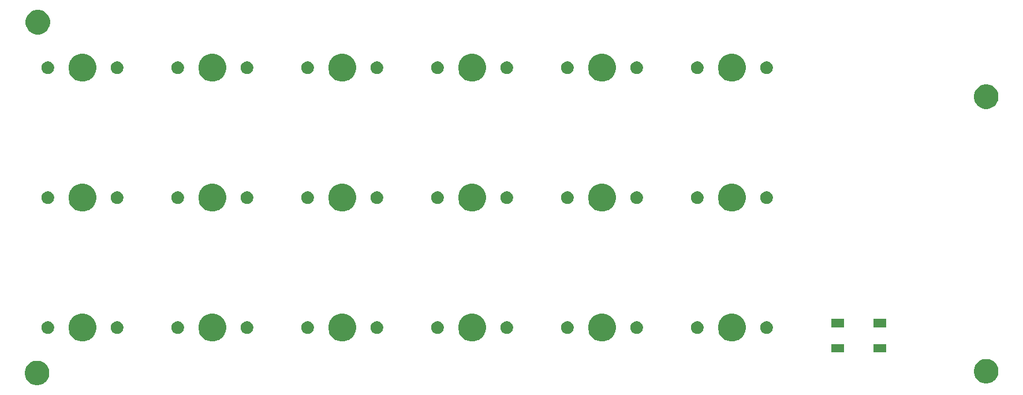
<source format=gts>
G04 #@! TF.GenerationSoftware,KiCad,Pcbnew,(5.1.2)-2*
G04 #@! TF.CreationDate,2020-07-12T21:55:24+03:00*
G04 #@! TF.ProjectId,KB-Prototype,4b422d50-726f-4746-9f74-7970652e6b69,rev?*
G04 #@! TF.SameCoordinates,Original*
G04 #@! TF.FileFunction,Soldermask,Top*
G04 #@! TF.FilePolarity,Negative*
%FSLAX46Y46*%
G04 Gerber Fmt 4.6, Leading zero omitted, Abs format (unit mm)*
G04 Created by KiCad (PCBNEW (5.1.2)-2) date 2020-07-12 21:55:24*
%MOMM*%
%LPD*%
G04 APERTURE LIST*
%ADD10C,0.100000*%
G04 APERTURE END LIST*
D10*
G36*
X27195331Y-76373211D02*
G01*
X27523092Y-76508974D01*
X27818070Y-76706072D01*
X28068928Y-76956930D01*
X28266026Y-77251908D01*
X28401789Y-77579669D01*
X28471000Y-77927616D01*
X28471000Y-78282384D01*
X28401789Y-78630331D01*
X28266026Y-78958092D01*
X28068928Y-79253070D01*
X27818070Y-79503928D01*
X27523092Y-79701026D01*
X27195331Y-79836789D01*
X26847384Y-79906000D01*
X26492616Y-79906000D01*
X26144669Y-79836789D01*
X25816908Y-79701026D01*
X25521930Y-79503928D01*
X25271072Y-79253070D01*
X25073974Y-78958092D01*
X24938211Y-78630331D01*
X24869000Y-78282384D01*
X24869000Y-77927616D01*
X24938211Y-77579669D01*
X25073974Y-77251908D01*
X25271072Y-76956930D01*
X25521930Y-76706072D01*
X25816908Y-76508974D01*
X26144669Y-76373211D01*
X26492616Y-76304000D01*
X26847384Y-76304000D01*
X27195331Y-76373211D01*
X27195331Y-76373211D01*
G37*
G36*
X166387331Y-76119211D02*
G01*
X166715092Y-76254974D01*
X167010070Y-76452072D01*
X167260928Y-76702930D01*
X167458026Y-76997908D01*
X167593789Y-77325669D01*
X167663000Y-77673616D01*
X167663000Y-78028384D01*
X167593789Y-78376331D01*
X167458026Y-78704092D01*
X167260928Y-78999070D01*
X167010070Y-79249928D01*
X166715092Y-79447026D01*
X166387331Y-79582789D01*
X166039384Y-79652000D01*
X165684616Y-79652000D01*
X165336669Y-79582789D01*
X165008908Y-79447026D01*
X164713930Y-79249928D01*
X164463072Y-78999070D01*
X164265974Y-78704092D01*
X164130211Y-78376331D01*
X164061000Y-78028384D01*
X164061000Y-77673616D01*
X164130211Y-77325669D01*
X164265974Y-76997908D01*
X164463072Y-76702930D01*
X164713930Y-76452072D01*
X165008908Y-76254974D01*
X165336669Y-76119211D01*
X165684616Y-76050000D01*
X166039384Y-76050000D01*
X166387331Y-76119211D01*
X166387331Y-76119211D01*
G37*
G36*
X151244000Y-75095000D02*
G01*
X149342000Y-75095000D01*
X149342000Y-73893000D01*
X151244000Y-73893000D01*
X151244000Y-75095000D01*
X151244000Y-75095000D01*
G37*
G36*
X145044000Y-75095000D02*
G01*
X143142000Y-75095000D01*
X143142000Y-73893000D01*
X145044000Y-73893000D01*
X145044000Y-75095000D01*
X145044000Y-75095000D01*
G37*
G36*
X110133974Y-69471184D02*
G01*
X110351974Y-69561483D01*
X110506123Y-69625333D01*
X110841048Y-69849123D01*
X111125877Y-70133952D01*
X111349667Y-70468877D01*
X111382062Y-70547086D01*
X111503816Y-70841026D01*
X111582400Y-71236094D01*
X111582400Y-71638906D01*
X111503816Y-72033974D01*
X111452951Y-72156772D01*
X111349667Y-72406123D01*
X111125877Y-72741048D01*
X110841048Y-73025877D01*
X110506123Y-73249667D01*
X110351974Y-73313517D01*
X110133974Y-73403816D01*
X109738906Y-73482400D01*
X109336094Y-73482400D01*
X108941026Y-73403816D01*
X108723026Y-73313517D01*
X108568877Y-73249667D01*
X108233952Y-73025877D01*
X107949123Y-72741048D01*
X107725333Y-72406123D01*
X107622049Y-72156772D01*
X107571184Y-72033974D01*
X107492600Y-71638906D01*
X107492600Y-71236094D01*
X107571184Y-70841026D01*
X107692938Y-70547086D01*
X107725333Y-70468877D01*
X107949123Y-70133952D01*
X108233952Y-69849123D01*
X108568877Y-69625333D01*
X108723026Y-69561483D01*
X108941026Y-69471184D01*
X109336094Y-69392600D01*
X109738906Y-69392600D01*
X110133974Y-69471184D01*
X110133974Y-69471184D01*
G37*
G36*
X33933974Y-69471184D02*
G01*
X34151974Y-69561483D01*
X34306123Y-69625333D01*
X34641048Y-69849123D01*
X34925877Y-70133952D01*
X35149667Y-70468877D01*
X35182062Y-70547086D01*
X35303816Y-70841026D01*
X35382400Y-71236094D01*
X35382400Y-71638906D01*
X35303816Y-72033974D01*
X35252951Y-72156772D01*
X35149667Y-72406123D01*
X34925877Y-72741048D01*
X34641048Y-73025877D01*
X34306123Y-73249667D01*
X34151974Y-73313517D01*
X33933974Y-73403816D01*
X33538906Y-73482400D01*
X33136094Y-73482400D01*
X32741026Y-73403816D01*
X32523026Y-73313517D01*
X32368877Y-73249667D01*
X32033952Y-73025877D01*
X31749123Y-72741048D01*
X31525333Y-72406123D01*
X31422049Y-72156772D01*
X31371184Y-72033974D01*
X31292600Y-71638906D01*
X31292600Y-71236094D01*
X31371184Y-70841026D01*
X31492938Y-70547086D01*
X31525333Y-70468877D01*
X31749123Y-70133952D01*
X32033952Y-69849123D01*
X32368877Y-69625333D01*
X32523026Y-69561483D01*
X32741026Y-69471184D01*
X33136094Y-69392600D01*
X33538906Y-69392600D01*
X33933974Y-69471184D01*
X33933974Y-69471184D01*
G37*
G36*
X52983974Y-69471184D02*
G01*
X53201974Y-69561483D01*
X53356123Y-69625333D01*
X53691048Y-69849123D01*
X53975877Y-70133952D01*
X54199667Y-70468877D01*
X54232062Y-70547086D01*
X54353816Y-70841026D01*
X54432400Y-71236094D01*
X54432400Y-71638906D01*
X54353816Y-72033974D01*
X54302951Y-72156772D01*
X54199667Y-72406123D01*
X53975877Y-72741048D01*
X53691048Y-73025877D01*
X53356123Y-73249667D01*
X53201974Y-73313517D01*
X52983974Y-73403816D01*
X52588906Y-73482400D01*
X52186094Y-73482400D01*
X51791026Y-73403816D01*
X51573026Y-73313517D01*
X51418877Y-73249667D01*
X51083952Y-73025877D01*
X50799123Y-72741048D01*
X50575333Y-72406123D01*
X50472049Y-72156772D01*
X50421184Y-72033974D01*
X50342600Y-71638906D01*
X50342600Y-71236094D01*
X50421184Y-70841026D01*
X50542938Y-70547086D01*
X50575333Y-70468877D01*
X50799123Y-70133952D01*
X51083952Y-69849123D01*
X51418877Y-69625333D01*
X51573026Y-69561483D01*
X51791026Y-69471184D01*
X52186094Y-69392600D01*
X52588906Y-69392600D01*
X52983974Y-69471184D01*
X52983974Y-69471184D01*
G37*
G36*
X72033974Y-69471184D02*
G01*
X72251974Y-69561483D01*
X72406123Y-69625333D01*
X72741048Y-69849123D01*
X73025877Y-70133952D01*
X73249667Y-70468877D01*
X73282062Y-70547086D01*
X73403816Y-70841026D01*
X73482400Y-71236094D01*
X73482400Y-71638906D01*
X73403816Y-72033974D01*
X73352951Y-72156772D01*
X73249667Y-72406123D01*
X73025877Y-72741048D01*
X72741048Y-73025877D01*
X72406123Y-73249667D01*
X72251974Y-73313517D01*
X72033974Y-73403816D01*
X71638906Y-73482400D01*
X71236094Y-73482400D01*
X70841026Y-73403816D01*
X70623026Y-73313517D01*
X70468877Y-73249667D01*
X70133952Y-73025877D01*
X69849123Y-72741048D01*
X69625333Y-72406123D01*
X69522049Y-72156772D01*
X69471184Y-72033974D01*
X69392600Y-71638906D01*
X69392600Y-71236094D01*
X69471184Y-70841026D01*
X69592938Y-70547086D01*
X69625333Y-70468877D01*
X69849123Y-70133952D01*
X70133952Y-69849123D01*
X70468877Y-69625333D01*
X70623026Y-69561483D01*
X70841026Y-69471184D01*
X71236094Y-69392600D01*
X71638906Y-69392600D01*
X72033974Y-69471184D01*
X72033974Y-69471184D01*
G37*
G36*
X91083974Y-69471184D02*
G01*
X91301974Y-69561483D01*
X91456123Y-69625333D01*
X91791048Y-69849123D01*
X92075877Y-70133952D01*
X92299667Y-70468877D01*
X92332062Y-70547086D01*
X92453816Y-70841026D01*
X92532400Y-71236094D01*
X92532400Y-71638906D01*
X92453816Y-72033974D01*
X92402951Y-72156772D01*
X92299667Y-72406123D01*
X92075877Y-72741048D01*
X91791048Y-73025877D01*
X91456123Y-73249667D01*
X91301974Y-73313517D01*
X91083974Y-73403816D01*
X90688906Y-73482400D01*
X90286094Y-73482400D01*
X89891026Y-73403816D01*
X89673026Y-73313517D01*
X89518877Y-73249667D01*
X89183952Y-73025877D01*
X88899123Y-72741048D01*
X88675333Y-72406123D01*
X88572049Y-72156772D01*
X88521184Y-72033974D01*
X88442600Y-71638906D01*
X88442600Y-71236094D01*
X88521184Y-70841026D01*
X88642938Y-70547086D01*
X88675333Y-70468877D01*
X88899123Y-70133952D01*
X89183952Y-69849123D01*
X89518877Y-69625333D01*
X89673026Y-69561483D01*
X89891026Y-69471184D01*
X90286094Y-69392600D01*
X90688906Y-69392600D01*
X91083974Y-69471184D01*
X91083974Y-69471184D01*
G37*
G36*
X129183974Y-69471184D02*
G01*
X129401974Y-69561483D01*
X129556123Y-69625333D01*
X129891048Y-69849123D01*
X130175877Y-70133952D01*
X130399667Y-70468877D01*
X130432062Y-70547086D01*
X130553816Y-70841026D01*
X130632400Y-71236094D01*
X130632400Y-71638906D01*
X130553816Y-72033974D01*
X130502951Y-72156772D01*
X130399667Y-72406123D01*
X130175877Y-72741048D01*
X129891048Y-73025877D01*
X129556123Y-73249667D01*
X129401974Y-73313517D01*
X129183974Y-73403816D01*
X128788906Y-73482400D01*
X128386094Y-73482400D01*
X127991026Y-73403816D01*
X127773026Y-73313517D01*
X127618877Y-73249667D01*
X127283952Y-73025877D01*
X126999123Y-72741048D01*
X126775333Y-72406123D01*
X126672049Y-72156772D01*
X126621184Y-72033974D01*
X126542600Y-71638906D01*
X126542600Y-71236094D01*
X126621184Y-70841026D01*
X126742938Y-70547086D01*
X126775333Y-70468877D01*
X126999123Y-70133952D01*
X127283952Y-69849123D01*
X127618877Y-69625333D01*
X127773026Y-69561483D01*
X127991026Y-69471184D01*
X128386094Y-69392600D01*
X128788906Y-69392600D01*
X129183974Y-69471184D01*
X129183974Y-69471184D01*
G37*
G36*
X47577604Y-70547085D02*
G01*
X47746126Y-70616889D01*
X47897791Y-70718228D01*
X48026772Y-70847209D01*
X48128111Y-70998874D01*
X48197915Y-71167396D01*
X48233500Y-71346297D01*
X48233500Y-71528703D01*
X48197915Y-71707604D01*
X48128111Y-71876126D01*
X48026772Y-72027791D01*
X47897791Y-72156772D01*
X47746126Y-72258111D01*
X47577604Y-72327915D01*
X47398703Y-72363500D01*
X47216297Y-72363500D01*
X47037396Y-72327915D01*
X46868874Y-72258111D01*
X46717209Y-72156772D01*
X46588228Y-72027791D01*
X46486889Y-71876126D01*
X46417085Y-71707604D01*
X46381500Y-71528703D01*
X46381500Y-71346297D01*
X46417085Y-71167396D01*
X46486889Y-70998874D01*
X46588228Y-70847209D01*
X46717209Y-70718228D01*
X46868874Y-70616889D01*
X47037396Y-70547085D01*
X47216297Y-70511500D01*
X47398703Y-70511500D01*
X47577604Y-70547085D01*
X47577604Y-70547085D01*
G37*
G36*
X38687604Y-70547085D02*
G01*
X38856126Y-70616889D01*
X39007791Y-70718228D01*
X39136772Y-70847209D01*
X39238111Y-70998874D01*
X39307915Y-71167396D01*
X39343500Y-71346297D01*
X39343500Y-71528703D01*
X39307915Y-71707604D01*
X39238111Y-71876126D01*
X39136772Y-72027791D01*
X39007791Y-72156772D01*
X38856126Y-72258111D01*
X38687604Y-72327915D01*
X38508703Y-72363500D01*
X38326297Y-72363500D01*
X38147396Y-72327915D01*
X37978874Y-72258111D01*
X37827209Y-72156772D01*
X37698228Y-72027791D01*
X37596889Y-71876126D01*
X37527085Y-71707604D01*
X37491500Y-71528703D01*
X37491500Y-71346297D01*
X37527085Y-71167396D01*
X37596889Y-70998874D01*
X37698228Y-70847209D01*
X37827209Y-70718228D01*
X37978874Y-70616889D01*
X38147396Y-70547085D01*
X38326297Y-70511500D01*
X38508703Y-70511500D01*
X38687604Y-70547085D01*
X38687604Y-70547085D01*
G37*
G36*
X28527604Y-70547085D02*
G01*
X28696126Y-70616889D01*
X28847791Y-70718228D01*
X28976772Y-70847209D01*
X29078111Y-70998874D01*
X29147915Y-71167396D01*
X29183500Y-71346297D01*
X29183500Y-71528703D01*
X29147915Y-71707604D01*
X29078111Y-71876126D01*
X28976772Y-72027791D01*
X28847791Y-72156772D01*
X28696126Y-72258111D01*
X28527604Y-72327915D01*
X28348703Y-72363500D01*
X28166297Y-72363500D01*
X27987396Y-72327915D01*
X27818874Y-72258111D01*
X27667209Y-72156772D01*
X27538228Y-72027791D01*
X27436889Y-71876126D01*
X27367085Y-71707604D01*
X27331500Y-71528703D01*
X27331500Y-71346297D01*
X27367085Y-71167396D01*
X27436889Y-70998874D01*
X27538228Y-70847209D01*
X27667209Y-70718228D01*
X27818874Y-70616889D01*
X27987396Y-70547085D01*
X28166297Y-70511500D01*
X28348703Y-70511500D01*
X28527604Y-70547085D01*
X28527604Y-70547085D01*
G37*
G36*
X57737604Y-70547085D02*
G01*
X57906126Y-70616889D01*
X58057791Y-70718228D01*
X58186772Y-70847209D01*
X58288111Y-70998874D01*
X58357915Y-71167396D01*
X58393500Y-71346297D01*
X58393500Y-71528703D01*
X58357915Y-71707604D01*
X58288111Y-71876126D01*
X58186772Y-72027791D01*
X58057791Y-72156772D01*
X57906126Y-72258111D01*
X57737604Y-72327915D01*
X57558703Y-72363500D01*
X57376297Y-72363500D01*
X57197396Y-72327915D01*
X57028874Y-72258111D01*
X56877209Y-72156772D01*
X56748228Y-72027791D01*
X56646889Y-71876126D01*
X56577085Y-71707604D01*
X56541500Y-71528703D01*
X56541500Y-71346297D01*
X56577085Y-71167396D01*
X56646889Y-70998874D01*
X56748228Y-70847209D01*
X56877209Y-70718228D01*
X57028874Y-70616889D01*
X57197396Y-70547085D01*
X57376297Y-70511500D01*
X57558703Y-70511500D01*
X57737604Y-70547085D01*
X57737604Y-70547085D01*
G37*
G36*
X76787604Y-70547085D02*
G01*
X76956126Y-70616889D01*
X77107791Y-70718228D01*
X77236772Y-70847209D01*
X77338111Y-70998874D01*
X77407915Y-71167396D01*
X77443500Y-71346297D01*
X77443500Y-71528703D01*
X77407915Y-71707604D01*
X77338111Y-71876126D01*
X77236772Y-72027791D01*
X77107791Y-72156772D01*
X76956126Y-72258111D01*
X76787604Y-72327915D01*
X76608703Y-72363500D01*
X76426297Y-72363500D01*
X76247396Y-72327915D01*
X76078874Y-72258111D01*
X75927209Y-72156772D01*
X75798228Y-72027791D01*
X75696889Y-71876126D01*
X75627085Y-71707604D01*
X75591500Y-71528703D01*
X75591500Y-71346297D01*
X75627085Y-71167396D01*
X75696889Y-70998874D01*
X75798228Y-70847209D01*
X75927209Y-70718228D01*
X76078874Y-70616889D01*
X76247396Y-70547085D01*
X76426297Y-70511500D01*
X76608703Y-70511500D01*
X76787604Y-70547085D01*
X76787604Y-70547085D01*
G37*
G36*
X66627604Y-70547085D02*
G01*
X66796126Y-70616889D01*
X66947791Y-70718228D01*
X67076772Y-70847209D01*
X67178111Y-70998874D01*
X67247915Y-71167396D01*
X67283500Y-71346297D01*
X67283500Y-71528703D01*
X67247915Y-71707604D01*
X67178111Y-71876126D01*
X67076772Y-72027791D01*
X66947791Y-72156772D01*
X66796126Y-72258111D01*
X66627604Y-72327915D01*
X66448703Y-72363500D01*
X66266297Y-72363500D01*
X66087396Y-72327915D01*
X65918874Y-72258111D01*
X65767209Y-72156772D01*
X65638228Y-72027791D01*
X65536889Y-71876126D01*
X65467085Y-71707604D01*
X65431500Y-71528703D01*
X65431500Y-71346297D01*
X65467085Y-71167396D01*
X65536889Y-70998874D01*
X65638228Y-70847209D01*
X65767209Y-70718228D01*
X65918874Y-70616889D01*
X66087396Y-70547085D01*
X66266297Y-70511500D01*
X66448703Y-70511500D01*
X66627604Y-70547085D01*
X66627604Y-70547085D01*
G37*
G36*
X85677604Y-70547085D02*
G01*
X85846126Y-70616889D01*
X85997791Y-70718228D01*
X86126772Y-70847209D01*
X86228111Y-70998874D01*
X86297915Y-71167396D01*
X86333500Y-71346297D01*
X86333500Y-71528703D01*
X86297915Y-71707604D01*
X86228111Y-71876126D01*
X86126772Y-72027791D01*
X85997791Y-72156772D01*
X85846126Y-72258111D01*
X85677604Y-72327915D01*
X85498703Y-72363500D01*
X85316297Y-72363500D01*
X85137396Y-72327915D01*
X84968874Y-72258111D01*
X84817209Y-72156772D01*
X84688228Y-72027791D01*
X84586889Y-71876126D01*
X84517085Y-71707604D01*
X84481500Y-71528703D01*
X84481500Y-71346297D01*
X84517085Y-71167396D01*
X84586889Y-70998874D01*
X84688228Y-70847209D01*
X84817209Y-70718228D01*
X84968874Y-70616889D01*
X85137396Y-70547085D01*
X85316297Y-70511500D01*
X85498703Y-70511500D01*
X85677604Y-70547085D01*
X85677604Y-70547085D01*
G37*
G36*
X95837604Y-70547085D02*
G01*
X96006126Y-70616889D01*
X96157791Y-70718228D01*
X96286772Y-70847209D01*
X96388111Y-70998874D01*
X96457915Y-71167396D01*
X96493500Y-71346297D01*
X96493500Y-71528703D01*
X96457915Y-71707604D01*
X96388111Y-71876126D01*
X96286772Y-72027791D01*
X96157791Y-72156772D01*
X96006126Y-72258111D01*
X95837604Y-72327915D01*
X95658703Y-72363500D01*
X95476297Y-72363500D01*
X95297396Y-72327915D01*
X95128874Y-72258111D01*
X94977209Y-72156772D01*
X94848228Y-72027791D01*
X94746889Y-71876126D01*
X94677085Y-71707604D01*
X94641500Y-71528703D01*
X94641500Y-71346297D01*
X94677085Y-71167396D01*
X94746889Y-70998874D01*
X94848228Y-70847209D01*
X94977209Y-70718228D01*
X95128874Y-70616889D01*
X95297396Y-70547085D01*
X95476297Y-70511500D01*
X95658703Y-70511500D01*
X95837604Y-70547085D01*
X95837604Y-70547085D01*
G37*
G36*
X123777604Y-70547085D02*
G01*
X123946126Y-70616889D01*
X124097791Y-70718228D01*
X124226772Y-70847209D01*
X124328111Y-70998874D01*
X124397915Y-71167396D01*
X124433500Y-71346297D01*
X124433500Y-71528703D01*
X124397915Y-71707604D01*
X124328111Y-71876126D01*
X124226772Y-72027791D01*
X124097791Y-72156772D01*
X123946126Y-72258111D01*
X123777604Y-72327915D01*
X123598703Y-72363500D01*
X123416297Y-72363500D01*
X123237396Y-72327915D01*
X123068874Y-72258111D01*
X122917209Y-72156772D01*
X122788228Y-72027791D01*
X122686889Y-71876126D01*
X122617085Y-71707604D01*
X122581500Y-71528703D01*
X122581500Y-71346297D01*
X122617085Y-71167396D01*
X122686889Y-70998874D01*
X122788228Y-70847209D01*
X122917209Y-70718228D01*
X123068874Y-70616889D01*
X123237396Y-70547085D01*
X123416297Y-70511500D01*
X123598703Y-70511500D01*
X123777604Y-70547085D01*
X123777604Y-70547085D01*
G37*
G36*
X114887604Y-70547085D02*
G01*
X115056126Y-70616889D01*
X115207791Y-70718228D01*
X115336772Y-70847209D01*
X115438111Y-70998874D01*
X115507915Y-71167396D01*
X115543500Y-71346297D01*
X115543500Y-71528703D01*
X115507915Y-71707604D01*
X115438111Y-71876126D01*
X115336772Y-72027791D01*
X115207791Y-72156772D01*
X115056126Y-72258111D01*
X114887604Y-72327915D01*
X114708703Y-72363500D01*
X114526297Y-72363500D01*
X114347396Y-72327915D01*
X114178874Y-72258111D01*
X114027209Y-72156772D01*
X113898228Y-72027791D01*
X113796889Y-71876126D01*
X113727085Y-71707604D01*
X113691500Y-71528703D01*
X113691500Y-71346297D01*
X113727085Y-71167396D01*
X113796889Y-70998874D01*
X113898228Y-70847209D01*
X114027209Y-70718228D01*
X114178874Y-70616889D01*
X114347396Y-70547085D01*
X114526297Y-70511500D01*
X114708703Y-70511500D01*
X114887604Y-70547085D01*
X114887604Y-70547085D01*
G37*
G36*
X104727604Y-70547085D02*
G01*
X104896126Y-70616889D01*
X105047791Y-70718228D01*
X105176772Y-70847209D01*
X105278111Y-70998874D01*
X105347915Y-71167396D01*
X105383500Y-71346297D01*
X105383500Y-71528703D01*
X105347915Y-71707604D01*
X105278111Y-71876126D01*
X105176772Y-72027791D01*
X105047791Y-72156772D01*
X104896126Y-72258111D01*
X104727604Y-72327915D01*
X104548703Y-72363500D01*
X104366297Y-72363500D01*
X104187396Y-72327915D01*
X104018874Y-72258111D01*
X103867209Y-72156772D01*
X103738228Y-72027791D01*
X103636889Y-71876126D01*
X103567085Y-71707604D01*
X103531500Y-71528703D01*
X103531500Y-71346297D01*
X103567085Y-71167396D01*
X103636889Y-70998874D01*
X103738228Y-70847209D01*
X103867209Y-70718228D01*
X104018874Y-70616889D01*
X104187396Y-70547085D01*
X104366297Y-70511500D01*
X104548703Y-70511500D01*
X104727604Y-70547085D01*
X104727604Y-70547085D01*
G37*
G36*
X133937604Y-70547085D02*
G01*
X134106126Y-70616889D01*
X134257791Y-70718228D01*
X134386772Y-70847209D01*
X134488111Y-70998874D01*
X134557915Y-71167396D01*
X134593500Y-71346297D01*
X134593500Y-71528703D01*
X134557915Y-71707604D01*
X134488111Y-71876126D01*
X134386772Y-72027791D01*
X134257791Y-72156772D01*
X134106126Y-72258111D01*
X133937604Y-72327915D01*
X133758703Y-72363500D01*
X133576297Y-72363500D01*
X133397396Y-72327915D01*
X133228874Y-72258111D01*
X133077209Y-72156772D01*
X132948228Y-72027791D01*
X132846889Y-71876126D01*
X132777085Y-71707604D01*
X132741500Y-71528703D01*
X132741500Y-71346297D01*
X132777085Y-71167396D01*
X132846889Y-70998874D01*
X132948228Y-70847209D01*
X133077209Y-70718228D01*
X133228874Y-70616889D01*
X133397396Y-70547085D01*
X133576297Y-70511500D01*
X133758703Y-70511500D01*
X133937604Y-70547085D01*
X133937604Y-70547085D01*
G37*
G36*
X151244000Y-71395000D02*
G01*
X149342000Y-71395000D01*
X149342000Y-70193000D01*
X151244000Y-70193000D01*
X151244000Y-71395000D01*
X151244000Y-71395000D01*
G37*
G36*
X145044000Y-71395000D02*
G01*
X143142000Y-71395000D01*
X143142000Y-70193000D01*
X145044000Y-70193000D01*
X145044000Y-71395000D01*
X145044000Y-71395000D01*
G37*
G36*
X33933974Y-50421184D02*
G01*
X34151974Y-50511483D01*
X34306123Y-50575333D01*
X34641048Y-50799123D01*
X34925877Y-51083952D01*
X35149667Y-51418877D01*
X35182062Y-51497086D01*
X35303816Y-51791026D01*
X35382400Y-52186094D01*
X35382400Y-52588906D01*
X35303816Y-52983974D01*
X35252951Y-53106772D01*
X35149667Y-53356123D01*
X34925877Y-53691048D01*
X34641048Y-53975877D01*
X34306123Y-54199667D01*
X34151974Y-54263517D01*
X33933974Y-54353816D01*
X33538906Y-54432400D01*
X33136094Y-54432400D01*
X32741026Y-54353816D01*
X32523026Y-54263517D01*
X32368877Y-54199667D01*
X32033952Y-53975877D01*
X31749123Y-53691048D01*
X31525333Y-53356123D01*
X31422049Y-53106772D01*
X31371184Y-52983974D01*
X31292600Y-52588906D01*
X31292600Y-52186094D01*
X31371184Y-51791026D01*
X31492938Y-51497086D01*
X31525333Y-51418877D01*
X31749123Y-51083952D01*
X32033952Y-50799123D01*
X32368877Y-50575333D01*
X32523026Y-50511483D01*
X32741026Y-50421184D01*
X33136094Y-50342600D01*
X33538906Y-50342600D01*
X33933974Y-50421184D01*
X33933974Y-50421184D01*
G37*
G36*
X129183974Y-50421184D02*
G01*
X129401974Y-50511483D01*
X129556123Y-50575333D01*
X129891048Y-50799123D01*
X130175877Y-51083952D01*
X130399667Y-51418877D01*
X130432062Y-51497086D01*
X130553816Y-51791026D01*
X130632400Y-52186094D01*
X130632400Y-52588906D01*
X130553816Y-52983974D01*
X130502951Y-53106772D01*
X130399667Y-53356123D01*
X130175877Y-53691048D01*
X129891048Y-53975877D01*
X129556123Y-54199667D01*
X129401974Y-54263517D01*
X129183974Y-54353816D01*
X128788906Y-54432400D01*
X128386094Y-54432400D01*
X127991026Y-54353816D01*
X127773026Y-54263517D01*
X127618877Y-54199667D01*
X127283952Y-53975877D01*
X126999123Y-53691048D01*
X126775333Y-53356123D01*
X126672049Y-53106772D01*
X126621184Y-52983974D01*
X126542600Y-52588906D01*
X126542600Y-52186094D01*
X126621184Y-51791026D01*
X126742938Y-51497086D01*
X126775333Y-51418877D01*
X126999123Y-51083952D01*
X127283952Y-50799123D01*
X127618877Y-50575333D01*
X127773026Y-50511483D01*
X127991026Y-50421184D01*
X128386094Y-50342600D01*
X128788906Y-50342600D01*
X129183974Y-50421184D01*
X129183974Y-50421184D01*
G37*
G36*
X52983974Y-50421184D02*
G01*
X53201974Y-50511483D01*
X53356123Y-50575333D01*
X53691048Y-50799123D01*
X53975877Y-51083952D01*
X54199667Y-51418877D01*
X54232062Y-51497086D01*
X54353816Y-51791026D01*
X54432400Y-52186094D01*
X54432400Y-52588906D01*
X54353816Y-52983974D01*
X54302951Y-53106772D01*
X54199667Y-53356123D01*
X53975877Y-53691048D01*
X53691048Y-53975877D01*
X53356123Y-54199667D01*
X53201974Y-54263517D01*
X52983974Y-54353816D01*
X52588906Y-54432400D01*
X52186094Y-54432400D01*
X51791026Y-54353816D01*
X51573026Y-54263517D01*
X51418877Y-54199667D01*
X51083952Y-53975877D01*
X50799123Y-53691048D01*
X50575333Y-53356123D01*
X50472049Y-53106772D01*
X50421184Y-52983974D01*
X50342600Y-52588906D01*
X50342600Y-52186094D01*
X50421184Y-51791026D01*
X50542938Y-51497086D01*
X50575333Y-51418877D01*
X50799123Y-51083952D01*
X51083952Y-50799123D01*
X51418877Y-50575333D01*
X51573026Y-50511483D01*
X51791026Y-50421184D01*
X52186094Y-50342600D01*
X52588906Y-50342600D01*
X52983974Y-50421184D01*
X52983974Y-50421184D01*
G37*
G36*
X72033974Y-50421184D02*
G01*
X72251974Y-50511483D01*
X72406123Y-50575333D01*
X72741048Y-50799123D01*
X73025877Y-51083952D01*
X73249667Y-51418877D01*
X73282062Y-51497086D01*
X73403816Y-51791026D01*
X73482400Y-52186094D01*
X73482400Y-52588906D01*
X73403816Y-52983974D01*
X73352951Y-53106772D01*
X73249667Y-53356123D01*
X73025877Y-53691048D01*
X72741048Y-53975877D01*
X72406123Y-54199667D01*
X72251974Y-54263517D01*
X72033974Y-54353816D01*
X71638906Y-54432400D01*
X71236094Y-54432400D01*
X70841026Y-54353816D01*
X70623026Y-54263517D01*
X70468877Y-54199667D01*
X70133952Y-53975877D01*
X69849123Y-53691048D01*
X69625333Y-53356123D01*
X69522049Y-53106772D01*
X69471184Y-52983974D01*
X69392600Y-52588906D01*
X69392600Y-52186094D01*
X69471184Y-51791026D01*
X69592938Y-51497086D01*
X69625333Y-51418877D01*
X69849123Y-51083952D01*
X70133952Y-50799123D01*
X70468877Y-50575333D01*
X70623026Y-50511483D01*
X70841026Y-50421184D01*
X71236094Y-50342600D01*
X71638906Y-50342600D01*
X72033974Y-50421184D01*
X72033974Y-50421184D01*
G37*
G36*
X91083974Y-50421184D02*
G01*
X91301974Y-50511483D01*
X91456123Y-50575333D01*
X91791048Y-50799123D01*
X92075877Y-51083952D01*
X92299667Y-51418877D01*
X92332062Y-51497086D01*
X92453816Y-51791026D01*
X92532400Y-52186094D01*
X92532400Y-52588906D01*
X92453816Y-52983974D01*
X92402951Y-53106772D01*
X92299667Y-53356123D01*
X92075877Y-53691048D01*
X91791048Y-53975877D01*
X91456123Y-54199667D01*
X91301974Y-54263517D01*
X91083974Y-54353816D01*
X90688906Y-54432400D01*
X90286094Y-54432400D01*
X89891026Y-54353816D01*
X89673026Y-54263517D01*
X89518877Y-54199667D01*
X89183952Y-53975877D01*
X88899123Y-53691048D01*
X88675333Y-53356123D01*
X88572049Y-53106772D01*
X88521184Y-52983974D01*
X88442600Y-52588906D01*
X88442600Y-52186094D01*
X88521184Y-51791026D01*
X88642938Y-51497086D01*
X88675333Y-51418877D01*
X88899123Y-51083952D01*
X89183952Y-50799123D01*
X89518877Y-50575333D01*
X89673026Y-50511483D01*
X89891026Y-50421184D01*
X90286094Y-50342600D01*
X90688906Y-50342600D01*
X91083974Y-50421184D01*
X91083974Y-50421184D01*
G37*
G36*
X110133974Y-50421184D02*
G01*
X110351974Y-50511483D01*
X110506123Y-50575333D01*
X110841048Y-50799123D01*
X111125877Y-51083952D01*
X111349667Y-51418877D01*
X111382062Y-51497086D01*
X111503816Y-51791026D01*
X111582400Y-52186094D01*
X111582400Y-52588906D01*
X111503816Y-52983974D01*
X111452951Y-53106772D01*
X111349667Y-53356123D01*
X111125877Y-53691048D01*
X110841048Y-53975877D01*
X110506123Y-54199667D01*
X110351974Y-54263517D01*
X110133974Y-54353816D01*
X109738906Y-54432400D01*
X109336094Y-54432400D01*
X108941026Y-54353816D01*
X108723026Y-54263517D01*
X108568877Y-54199667D01*
X108233952Y-53975877D01*
X107949123Y-53691048D01*
X107725333Y-53356123D01*
X107622049Y-53106772D01*
X107571184Y-52983974D01*
X107492600Y-52588906D01*
X107492600Y-52186094D01*
X107571184Y-51791026D01*
X107692938Y-51497086D01*
X107725333Y-51418877D01*
X107949123Y-51083952D01*
X108233952Y-50799123D01*
X108568877Y-50575333D01*
X108723026Y-50511483D01*
X108941026Y-50421184D01*
X109336094Y-50342600D01*
X109738906Y-50342600D01*
X110133974Y-50421184D01*
X110133974Y-50421184D01*
G37*
G36*
X57737604Y-51497085D02*
G01*
X57906126Y-51566889D01*
X58057791Y-51668228D01*
X58186772Y-51797209D01*
X58288111Y-51948874D01*
X58357915Y-52117396D01*
X58393500Y-52296297D01*
X58393500Y-52478703D01*
X58357915Y-52657604D01*
X58288111Y-52826126D01*
X58186772Y-52977791D01*
X58057791Y-53106772D01*
X57906126Y-53208111D01*
X57737604Y-53277915D01*
X57558703Y-53313500D01*
X57376297Y-53313500D01*
X57197396Y-53277915D01*
X57028874Y-53208111D01*
X56877209Y-53106772D01*
X56748228Y-52977791D01*
X56646889Y-52826126D01*
X56577085Y-52657604D01*
X56541500Y-52478703D01*
X56541500Y-52296297D01*
X56577085Y-52117396D01*
X56646889Y-51948874D01*
X56748228Y-51797209D01*
X56877209Y-51668228D01*
X57028874Y-51566889D01*
X57197396Y-51497085D01*
X57376297Y-51461500D01*
X57558703Y-51461500D01*
X57737604Y-51497085D01*
X57737604Y-51497085D01*
G37*
G36*
X85677604Y-51497085D02*
G01*
X85846126Y-51566889D01*
X85997791Y-51668228D01*
X86126772Y-51797209D01*
X86228111Y-51948874D01*
X86297915Y-52117396D01*
X86333500Y-52296297D01*
X86333500Y-52478703D01*
X86297915Y-52657604D01*
X86228111Y-52826126D01*
X86126772Y-52977791D01*
X85997791Y-53106772D01*
X85846126Y-53208111D01*
X85677604Y-53277915D01*
X85498703Y-53313500D01*
X85316297Y-53313500D01*
X85137396Y-53277915D01*
X84968874Y-53208111D01*
X84817209Y-53106772D01*
X84688228Y-52977791D01*
X84586889Y-52826126D01*
X84517085Y-52657604D01*
X84481500Y-52478703D01*
X84481500Y-52296297D01*
X84517085Y-52117396D01*
X84586889Y-51948874D01*
X84688228Y-51797209D01*
X84817209Y-51668228D01*
X84968874Y-51566889D01*
X85137396Y-51497085D01*
X85316297Y-51461500D01*
X85498703Y-51461500D01*
X85677604Y-51497085D01*
X85677604Y-51497085D01*
G37*
G36*
X28527604Y-51497085D02*
G01*
X28696126Y-51566889D01*
X28847791Y-51668228D01*
X28976772Y-51797209D01*
X29078111Y-51948874D01*
X29147915Y-52117396D01*
X29183500Y-52296297D01*
X29183500Y-52478703D01*
X29147915Y-52657604D01*
X29078111Y-52826126D01*
X28976772Y-52977791D01*
X28847791Y-53106772D01*
X28696126Y-53208111D01*
X28527604Y-53277915D01*
X28348703Y-53313500D01*
X28166297Y-53313500D01*
X27987396Y-53277915D01*
X27818874Y-53208111D01*
X27667209Y-53106772D01*
X27538228Y-52977791D01*
X27436889Y-52826126D01*
X27367085Y-52657604D01*
X27331500Y-52478703D01*
X27331500Y-52296297D01*
X27367085Y-52117396D01*
X27436889Y-51948874D01*
X27538228Y-51797209D01*
X27667209Y-51668228D01*
X27818874Y-51566889D01*
X27987396Y-51497085D01*
X28166297Y-51461500D01*
X28348703Y-51461500D01*
X28527604Y-51497085D01*
X28527604Y-51497085D01*
G37*
G36*
X47577604Y-51497085D02*
G01*
X47746126Y-51566889D01*
X47897791Y-51668228D01*
X48026772Y-51797209D01*
X48128111Y-51948874D01*
X48197915Y-52117396D01*
X48233500Y-52296297D01*
X48233500Y-52478703D01*
X48197915Y-52657604D01*
X48128111Y-52826126D01*
X48026772Y-52977791D01*
X47897791Y-53106772D01*
X47746126Y-53208111D01*
X47577604Y-53277915D01*
X47398703Y-53313500D01*
X47216297Y-53313500D01*
X47037396Y-53277915D01*
X46868874Y-53208111D01*
X46717209Y-53106772D01*
X46588228Y-52977791D01*
X46486889Y-52826126D01*
X46417085Y-52657604D01*
X46381500Y-52478703D01*
X46381500Y-52296297D01*
X46417085Y-52117396D01*
X46486889Y-51948874D01*
X46588228Y-51797209D01*
X46717209Y-51668228D01*
X46868874Y-51566889D01*
X47037396Y-51497085D01*
X47216297Y-51461500D01*
X47398703Y-51461500D01*
X47577604Y-51497085D01*
X47577604Y-51497085D01*
G37*
G36*
X133937604Y-51497085D02*
G01*
X134106126Y-51566889D01*
X134257791Y-51668228D01*
X134386772Y-51797209D01*
X134488111Y-51948874D01*
X134557915Y-52117396D01*
X134593500Y-52296297D01*
X134593500Y-52478703D01*
X134557915Y-52657604D01*
X134488111Y-52826126D01*
X134386772Y-52977791D01*
X134257791Y-53106772D01*
X134106126Y-53208111D01*
X133937604Y-53277915D01*
X133758703Y-53313500D01*
X133576297Y-53313500D01*
X133397396Y-53277915D01*
X133228874Y-53208111D01*
X133077209Y-53106772D01*
X132948228Y-52977791D01*
X132846889Y-52826126D01*
X132777085Y-52657604D01*
X132741500Y-52478703D01*
X132741500Y-52296297D01*
X132777085Y-52117396D01*
X132846889Y-51948874D01*
X132948228Y-51797209D01*
X133077209Y-51668228D01*
X133228874Y-51566889D01*
X133397396Y-51497085D01*
X133576297Y-51461500D01*
X133758703Y-51461500D01*
X133937604Y-51497085D01*
X133937604Y-51497085D01*
G37*
G36*
X123777604Y-51497085D02*
G01*
X123946126Y-51566889D01*
X124097791Y-51668228D01*
X124226772Y-51797209D01*
X124328111Y-51948874D01*
X124397915Y-52117396D01*
X124433500Y-52296297D01*
X124433500Y-52478703D01*
X124397915Y-52657604D01*
X124328111Y-52826126D01*
X124226772Y-52977791D01*
X124097791Y-53106772D01*
X123946126Y-53208111D01*
X123777604Y-53277915D01*
X123598703Y-53313500D01*
X123416297Y-53313500D01*
X123237396Y-53277915D01*
X123068874Y-53208111D01*
X122917209Y-53106772D01*
X122788228Y-52977791D01*
X122686889Y-52826126D01*
X122617085Y-52657604D01*
X122581500Y-52478703D01*
X122581500Y-52296297D01*
X122617085Y-52117396D01*
X122686889Y-51948874D01*
X122788228Y-51797209D01*
X122917209Y-51668228D01*
X123068874Y-51566889D01*
X123237396Y-51497085D01*
X123416297Y-51461500D01*
X123598703Y-51461500D01*
X123777604Y-51497085D01*
X123777604Y-51497085D01*
G37*
G36*
X38687604Y-51497085D02*
G01*
X38856126Y-51566889D01*
X39007791Y-51668228D01*
X39136772Y-51797209D01*
X39238111Y-51948874D01*
X39307915Y-52117396D01*
X39343500Y-52296297D01*
X39343500Y-52478703D01*
X39307915Y-52657604D01*
X39238111Y-52826126D01*
X39136772Y-52977791D01*
X39007791Y-53106772D01*
X38856126Y-53208111D01*
X38687604Y-53277915D01*
X38508703Y-53313500D01*
X38326297Y-53313500D01*
X38147396Y-53277915D01*
X37978874Y-53208111D01*
X37827209Y-53106772D01*
X37698228Y-52977791D01*
X37596889Y-52826126D01*
X37527085Y-52657604D01*
X37491500Y-52478703D01*
X37491500Y-52296297D01*
X37527085Y-52117396D01*
X37596889Y-51948874D01*
X37698228Y-51797209D01*
X37827209Y-51668228D01*
X37978874Y-51566889D01*
X38147396Y-51497085D01*
X38326297Y-51461500D01*
X38508703Y-51461500D01*
X38687604Y-51497085D01*
X38687604Y-51497085D01*
G37*
G36*
X104727604Y-51497085D02*
G01*
X104896126Y-51566889D01*
X105047791Y-51668228D01*
X105176772Y-51797209D01*
X105278111Y-51948874D01*
X105347915Y-52117396D01*
X105383500Y-52296297D01*
X105383500Y-52478703D01*
X105347915Y-52657604D01*
X105278111Y-52826126D01*
X105176772Y-52977791D01*
X105047791Y-53106772D01*
X104896126Y-53208111D01*
X104727604Y-53277915D01*
X104548703Y-53313500D01*
X104366297Y-53313500D01*
X104187396Y-53277915D01*
X104018874Y-53208111D01*
X103867209Y-53106772D01*
X103738228Y-52977791D01*
X103636889Y-52826126D01*
X103567085Y-52657604D01*
X103531500Y-52478703D01*
X103531500Y-52296297D01*
X103567085Y-52117396D01*
X103636889Y-51948874D01*
X103738228Y-51797209D01*
X103867209Y-51668228D01*
X104018874Y-51566889D01*
X104187396Y-51497085D01*
X104366297Y-51461500D01*
X104548703Y-51461500D01*
X104727604Y-51497085D01*
X104727604Y-51497085D01*
G37*
G36*
X95837604Y-51497085D02*
G01*
X96006126Y-51566889D01*
X96157791Y-51668228D01*
X96286772Y-51797209D01*
X96388111Y-51948874D01*
X96457915Y-52117396D01*
X96493500Y-52296297D01*
X96493500Y-52478703D01*
X96457915Y-52657604D01*
X96388111Y-52826126D01*
X96286772Y-52977791D01*
X96157791Y-53106772D01*
X96006126Y-53208111D01*
X95837604Y-53277915D01*
X95658703Y-53313500D01*
X95476297Y-53313500D01*
X95297396Y-53277915D01*
X95128874Y-53208111D01*
X94977209Y-53106772D01*
X94848228Y-52977791D01*
X94746889Y-52826126D01*
X94677085Y-52657604D01*
X94641500Y-52478703D01*
X94641500Y-52296297D01*
X94677085Y-52117396D01*
X94746889Y-51948874D01*
X94848228Y-51797209D01*
X94977209Y-51668228D01*
X95128874Y-51566889D01*
X95297396Y-51497085D01*
X95476297Y-51461500D01*
X95658703Y-51461500D01*
X95837604Y-51497085D01*
X95837604Y-51497085D01*
G37*
G36*
X76787604Y-51497085D02*
G01*
X76956126Y-51566889D01*
X77107791Y-51668228D01*
X77236772Y-51797209D01*
X77338111Y-51948874D01*
X77407915Y-52117396D01*
X77443500Y-52296297D01*
X77443500Y-52478703D01*
X77407915Y-52657604D01*
X77338111Y-52826126D01*
X77236772Y-52977791D01*
X77107791Y-53106772D01*
X76956126Y-53208111D01*
X76787604Y-53277915D01*
X76608703Y-53313500D01*
X76426297Y-53313500D01*
X76247396Y-53277915D01*
X76078874Y-53208111D01*
X75927209Y-53106772D01*
X75798228Y-52977791D01*
X75696889Y-52826126D01*
X75627085Y-52657604D01*
X75591500Y-52478703D01*
X75591500Y-52296297D01*
X75627085Y-52117396D01*
X75696889Y-51948874D01*
X75798228Y-51797209D01*
X75927209Y-51668228D01*
X76078874Y-51566889D01*
X76247396Y-51497085D01*
X76426297Y-51461500D01*
X76608703Y-51461500D01*
X76787604Y-51497085D01*
X76787604Y-51497085D01*
G37*
G36*
X66627604Y-51497085D02*
G01*
X66796126Y-51566889D01*
X66947791Y-51668228D01*
X67076772Y-51797209D01*
X67178111Y-51948874D01*
X67247915Y-52117396D01*
X67283500Y-52296297D01*
X67283500Y-52478703D01*
X67247915Y-52657604D01*
X67178111Y-52826126D01*
X67076772Y-52977791D01*
X66947791Y-53106772D01*
X66796126Y-53208111D01*
X66627604Y-53277915D01*
X66448703Y-53313500D01*
X66266297Y-53313500D01*
X66087396Y-53277915D01*
X65918874Y-53208111D01*
X65767209Y-53106772D01*
X65638228Y-52977791D01*
X65536889Y-52826126D01*
X65467085Y-52657604D01*
X65431500Y-52478703D01*
X65431500Y-52296297D01*
X65467085Y-52117396D01*
X65536889Y-51948874D01*
X65638228Y-51797209D01*
X65767209Y-51668228D01*
X65918874Y-51566889D01*
X66087396Y-51497085D01*
X66266297Y-51461500D01*
X66448703Y-51461500D01*
X66627604Y-51497085D01*
X66627604Y-51497085D01*
G37*
G36*
X114887604Y-51497085D02*
G01*
X115056126Y-51566889D01*
X115207791Y-51668228D01*
X115336772Y-51797209D01*
X115438111Y-51948874D01*
X115507915Y-52117396D01*
X115543500Y-52296297D01*
X115543500Y-52478703D01*
X115507915Y-52657604D01*
X115438111Y-52826126D01*
X115336772Y-52977791D01*
X115207791Y-53106772D01*
X115056126Y-53208111D01*
X114887604Y-53277915D01*
X114708703Y-53313500D01*
X114526297Y-53313500D01*
X114347396Y-53277915D01*
X114178874Y-53208111D01*
X114027209Y-53106772D01*
X113898228Y-52977791D01*
X113796889Y-52826126D01*
X113727085Y-52657604D01*
X113691500Y-52478703D01*
X113691500Y-52296297D01*
X113727085Y-52117396D01*
X113796889Y-51948874D01*
X113898228Y-51797209D01*
X114027209Y-51668228D01*
X114178874Y-51566889D01*
X114347396Y-51497085D01*
X114526297Y-51461500D01*
X114708703Y-51461500D01*
X114887604Y-51497085D01*
X114887604Y-51497085D01*
G37*
G36*
X166387331Y-35860211D02*
G01*
X166715092Y-35995974D01*
X167010070Y-36193072D01*
X167260928Y-36443930D01*
X167458026Y-36738908D01*
X167593789Y-37066669D01*
X167663000Y-37414616D01*
X167663000Y-37769384D01*
X167593789Y-38117331D01*
X167458026Y-38445092D01*
X167260928Y-38740070D01*
X167010070Y-38990928D01*
X166715092Y-39188026D01*
X166387331Y-39323789D01*
X166039384Y-39393000D01*
X165684616Y-39393000D01*
X165336669Y-39323789D01*
X165008908Y-39188026D01*
X164713930Y-38990928D01*
X164463072Y-38740070D01*
X164265974Y-38445092D01*
X164130211Y-38117331D01*
X164061000Y-37769384D01*
X164061000Y-37414616D01*
X164130211Y-37066669D01*
X164265974Y-36738908D01*
X164463072Y-36443930D01*
X164713930Y-36193072D01*
X165008908Y-35995974D01*
X165336669Y-35860211D01*
X165684616Y-35791000D01*
X166039384Y-35791000D01*
X166387331Y-35860211D01*
X166387331Y-35860211D01*
G37*
G36*
X110133974Y-31371184D02*
G01*
X110351974Y-31461483D01*
X110506123Y-31525333D01*
X110841048Y-31749123D01*
X111125877Y-32033952D01*
X111349667Y-32368877D01*
X111382062Y-32447086D01*
X111503816Y-32741026D01*
X111582400Y-33136094D01*
X111582400Y-33538906D01*
X111503816Y-33933974D01*
X111452951Y-34056772D01*
X111349667Y-34306123D01*
X111125877Y-34641048D01*
X110841048Y-34925877D01*
X110506123Y-35149667D01*
X110351974Y-35213517D01*
X110133974Y-35303816D01*
X109738906Y-35382400D01*
X109336094Y-35382400D01*
X108941026Y-35303816D01*
X108723026Y-35213517D01*
X108568877Y-35149667D01*
X108233952Y-34925877D01*
X107949123Y-34641048D01*
X107725333Y-34306123D01*
X107622049Y-34056772D01*
X107571184Y-33933974D01*
X107492600Y-33538906D01*
X107492600Y-33136094D01*
X107571184Y-32741026D01*
X107692938Y-32447086D01*
X107725333Y-32368877D01*
X107949123Y-32033952D01*
X108233952Y-31749123D01*
X108568877Y-31525333D01*
X108723026Y-31461483D01*
X108941026Y-31371184D01*
X109336094Y-31292600D01*
X109738906Y-31292600D01*
X110133974Y-31371184D01*
X110133974Y-31371184D01*
G37*
G36*
X33933974Y-31371184D02*
G01*
X34151974Y-31461483D01*
X34306123Y-31525333D01*
X34641048Y-31749123D01*
X34925877Y-32033952D01*
X35149667Y-32368877D01*
X35182062Y-32447086D01*
X35303816Y-32741026D01*
X35382400Y-33136094D01*
X35382400Y-33538906D01*
X35303816Y-33933974D01*
X35252951Y-34056772D01*
X35149667Y-34306123D01*
X34925877Y-34641048D01*
X34641048Y-34925877D01*
X34306123Y-35149667D01*
X34151974Y-35213517D01*
X33933974Y-35303816D01*
X33538906Y-35382400D01*
X33136094Y-35382400D01*
X32741026Y-35303816D01*
X32523026Y-35213517D01*
X32368877Y-35149667D01*
X32033952Y-34925877D01*
X31749123Y-34641048D01*
X31525333Y-34306123D01*
X31422049Y-34056772D01*
X31371184Y-33933974D01*
X31292600Y-33538906D01*
X31292600Y-33136094D01*
X31371184Y-32741026D01*
X31492938Y-32447086D01*
X31525333Y-32368877D01*
X31749123Y-32033952D01*
X32033952Y-31749123D01*
X32368877Y-31525333D01*
X32523026Y-31461483D01*
X32741026Y-31371184D01*
X33136094Y-31292600D01*
X33538906Y-31292600D01*
X33933974Y-31371184D01*
X33933974Y-31371184D01*
G37*
G36*
X72033974Y-31371184D02*
G01*
X72251974Y-31461483D01*
X72406123Y-31525333D01*
X72741048Y-31749123D01*
X73025877Y-32033952D01*
X73249667Y-32368877D01*
X73282062Y-32447086D01*
X73403816Y-32741026D01*
X73482400Y-33136094D01*
X73482400Y-33538906D01*
X73403816Y-33933974D01*
X73352951Y-34056772D01*
X73249667Y-34306123D01*
X73025877Y-34641048D01*
X72741048Y-34925877D01*
X72406123Y-35149667D01*
X72251974Y-35213517D01*
X72033974Y-35303816D01*
X71638906Y-35382400D01*
X71236094Y-35382400D01*
X70841026Y-35303816D01*
X70623026Y-35213517D01*
X70468877Y-35149667D01*
X70133952Y-34925877D01*
X69849123Y-34641048D01*
X69625333Y-34306123D01*
X69522049Y-34056772D01*
X69471184Y-33933974D01*
X69392600Y-33538906D01*
X69392600Y-33136094D01*
X69471184Y-32741026D01*
X69592938Y-32447086D01*
X69625333Y-32368877D01*
X69849123Y-32033952D01*
X70133952Y-31749123D01*
X70468877Y-31525333D01*
X70623026Y-31461483D01*
X70841026Y-31371184D01*
X71236094Y-31292600D01*
X71638906Y-31292600D01*
X72033974Y-31371184D01*
X72033974Y-31371184D01*
G37*
G36*
X91083974Y-31371184D02*
G01*
X91301974Y-31461483D01*
X91456123Y-31525333D01*
X91791048Y-31749123D01*
X92075877Y-32033952D01*
X92299667Y-32368877D01*
X92332062Y-32447086D01*
X92453816Y-32741026D01*
X92532400Y-33136094D01*
X92532400Y-33538906D01*
X92453816Y-33933974D01*
X92402951Y-34056772D01*
X92299667Y-34306123D01*
X92075877Y-34641048D01*
X91791048Y-34925877D01*
X91456123Y-35149667D01*
X91301974Y-35213517D01*
X91083974Y-35303816D01*
X90688906Y-35382400D01*
X90286094Y-35382400D01*
X89891026Y-35303816D01*
X89673026Y-35213517D01*
X89518877Y-35149667D01*
X89183952Y-34925877D01*
X88899123Y-34641048D01*
X88675333Y-34306123D01*
X88572049Y-34056772D01*
X88521184Y-33933974D01*
X88442600Y-33538906D01*
X88442600Y-33136094D01*
X88521184Y-32741026D01*
X88642938Y-32447086D01*
X88675333Y-32368877D01*
X88899123Y-32033952D01*
X89183952Y-31749123D01*
X89518877Y-31525333D01*
X89673026Y-31461483D01*
X89891026Y-31371184D01*
X90286094Y-31292600D01*
X90688906Y-31292600D01*
X91083974Y-31371184D01*
X91083974Y-31371184D01*
G37*
G36*
X129183974Y-31371184D02*
G01*
X129401974Y-31461483D01*
X129556123Y-31525333D01*
X129891048Y-31749123D01*
X130175877Y-32033952D01*
X130399667Y-32368877D01*
X130432062Y-32447086D01*
X130553816Y-32741026D01*
X130632400Y-33136094D01*
X130632400Y-33538906D01*
X130553816Y-33933974D01*
X130502951Y-34056772D01*
X130399667Y-34306123D01*
X130175877Y-34641048D01*
X129891048Y-34925877D01*
X129556123Y-35149667D01*
X129401974Y-35213517D01*
X129183974Y-35303816D01*
X128788906Y-35382400D01*
X128386094Y-35382400D01*
X127991026Y-35303816D01*
X127773026Y-35213517D01*
X127618877Y-35149667D01*
X127283952Y-34925877D01*
X126999123Y-34641048D01*
X126775333Y-34306123D01*
X126672049Y-34056772D01*
X126621184Y-33933974D01*
X126542600Y-33538906D01*
X126542600Y-33136094D01*
X126621184Y-32741026D01*
X126742938Y-32447086D01*
X126775333Y-32368877D01*
X126999123Y-32033952D01*
X127283952Y-31749123D01*
X127618877Y-31525333D01*
X127773026Y-31461483D01*
X127991026Y-31371184D01*
X128386094Y-31292600D01*
X128788906Y-31292600D01*
X129183974Y-31371184D01*
X129183974Y-31371184D01*
G37*
G36*
X52983974Y-31371184D02*
G01*
X53201974Y-31461483D01*
X53356123Y-31525333D01*
X53691048Y-31749123D01*
X53975877Y-32033952D01*
X54199667Y-32368877D01*
X54232062Y-32447086D01*
X54353816Y-32741026D01*
X54432400Y-33136094D01*
X54432400Y-33538906D01*
X54353816Y-33933974D01*
X54302951Y-34056772D01*
X54199667Y-34306123D01*
X53975877Y-34641048D01*
X53691048Y-34925877D01*
X53356123Y-35149667D01*
X53201974Y-35213517D01*
X52983974Y-35303816D01*
X52588906Y-35382400D01*
X52186094Y-35382400D01*
X51791026Y-35303816D01*
X51573026Y-35213517D01*
X51418877Y-35149667D01*
X51083952Y-34925877D01*
X50799123Y-34641048D01*
X50575333Y-34306123D01*
X50472049Y-34056772D01*
X50421184Y-33933974D01*
X50342600Y-33538906D01*
X50342600Y-33136094D01*
X50421184Y-32741026D01*
X50542938Y-32447086D01*
X50575333Y-32368877D01*
X50799123Y-32033952D01*
X51083952Y-31749123D01*
X51418877Y-31525333D01*
X51573026Y-31461483D01*
X51791026Y-31371184D01*
X52186094Y-31292600D01*
X52588906Y-31292600D01*
X52983974Y-31371184D01*
X52983974Y-31371184D01*
G37*
G36*
X114887604Y-32447085D02*
G01*
X115056126Y-32516889D01*
X115207791Y-32618228D01*
X115336772Y-32747209D01*
X115438111Y-32898874D01*
X115507915Y-33067396D01*
X115543500Y-33246297D01*
X115543500Y-33428703D01*
X115507915Y-33607604D01*
X115438111Y-33776126D01*
X115336772Y-33927791D01*
X115207791Y-34056772D01*
X115056126Y-34158111D01*
X114887604Y-34227915D01*
X114708703Y-34263500D01*
X114526297Y-34263500D01*
X114347396Y-34227915D01*
X114178874Y-34158111D01*
X114027209Y-34056772D01*
X113898228Y-33927791D01*
X113796889Y-33776126D01*
X113727085Y-33607604D01*
X113691500Y-33428703D01*
X113691500Y-33246297D01*
X113727085Y-33067396D01*
X113796889Y-32898874D01*
X113898228Y-32747209D01*
X114027209Y-32618228D01*
X114178874Y-32516889D01*
X114347396Y-32447085D01*
X114526297Y-32411500D01*
X114708703Y-32411500D01*
X114887604Y-32447085D01*
X114887604Y-32447085D01*
G37*
G36*
X104727604Y-32447085D02*
G01*
X104896126Y-32516889D01*
X105047791Y-32618228D01*
X105176772Y-32747209D01*
X105278111Y-32898874D01*
X105347915Y-33067396D01*
X105383500Y-33246297D01*
X105383500Y-33428703D01*
X105347915Y-33607604D01*
X105278111Y-33776126D01*
X105176772Y-33927791D01*
X105047791Y-34056772D01*
X104896126Y-34158111D01*
X104727604Y-34227915D01*
X104548703Y-34263500D01*
X104366297Y-34263500D01*
X104187396Y-34227915D01*
X104018874Y-34158111D01*
X103867209Y-34056772D01*
X103738228Y-33927791D01*
X103636889Y-33776126D01*
X103567085Y-33607604D01*
X103531500Y-33428703D01*
X103531500Y-33246297D01*
X103567085Y-33067396D01*
X103636889Y-32898874D01*
X103738228Y-32747209D01*
X103867209Y-32618228D01*
X104018874Y-32516889D01*
X104187396Y-32447085D01*
X104366297Y-32411500D01*
X104548703Y-32411500D01*
X104727604Y-32447085D01*
X104727604Y-32447085D01*
G37*
G36*
X38687604Y-32447085D02*
G01*
X38856126Y-32516889D01*
X39007791Y-32618228D01*
X39136772Y-32747209D01*
X39238111Y-32898874D01*
X39307915Y-33067396D01*
X39343500Y-33246297D01*
X39343500Y-33428703D01*
X39307915Y-33607604D01*
X39238111Y-33776126D01*
X39136772Y-33927791D01*
X39007791Y-34056772D01*
X38856126Y-34158111D01*
X38687604Y-34227915D01*
X38508703Y-34263500D01*
X38326297Y-34263500D01*
X38147396Y-34227915D01*
X37978874Y-34158111D01*
X37827209Y-34056772D01*
X37698228Y-33927791D01*
X37596889Y-33776126D01*
X37527085Y-33607604D01*
X37491500Y-33428703D01*
X37491500Y-33246297D01*
X37527085Y-33067396D01*
X37596889Y-32898874D01*
X37698228Y-32747209D01*
X37827209Y-32618228D01*
X37978874Y-32516889D01*
X38147396Y-32447085D01*
X38326297Y-32411500D01*
X38508703Y-32411500D01*
X38687604Y-32447085D01*
X38687604Y-32447085D01*
G37*
G36*
X28527604Y-32447085D02*
G01*
X28696126Y-32516889D01*
X28847791Y-32618228D01*
X28976772Y-32747209D01*
X29078111Y-32898874D01*
X29147915Y-33067396D01*
X29183500Y-33246297D01*
X29183500Y-33428703D01*
X29147915Y-33607604D01*
X29078111Y-33776126D01*
X28976772Y-33927791D01*
X28847791Y-34056772D01*
X28696126Y-34158111D01*
X28527604Y-34227915D01*
X28348703Y-34263500D01*
X28166297Y-34263500D01*
X27987396Y-34227915D01*
X27818874Y-34158111D01*
X27667209Y-34056772D01*
X27538228Y-33927791D01*
X27436889Y-33776126D01*
X27367085Y-33607604D01*
X27331500Y-33428703D01*
X27331500Y-33246297D01*
X27367085Y-33067396D01*
X27436889Y-32898874D01*
X27538228Y-32747209D01*
X27667209Y-32618228D01*
X27818874Y-32516889D01*
X27987396Y-32447085D01*
X28166297Y-32411500D01*
X28348703Y-32411500D01*
X28527604Y-32447085D01*
X28527604Y-32447085D01*
G37*
G36*
X57737604Y-32447085D02*
G01*
X57906126Y-32516889D01*
X58057791Y-32618228D01*
X58186772Y-32747209D01*
X58288111Y-32898874D01*
X58357915Y-33067396D01*
X58393500Y-33246297D01*
X58393500Y-33428703D01*
X58357915Y-33607604D01*
X58288111Y-33776126D01*
X58186772Y-33927791D01*
X58057791Y-34056772D01*
X57906126Y-34158111D01*
X57737604Y-34227915D01*
X57558703Y-34263500D01*
X57376297Y-34263500D01*
X57197396Y-34227915D01*
X57028874Y-34158111D01*
X56877209Y-34056772D01*
X56748228Y-33927791D01*
X56646889Y-33776126D01*
X56577085Y-33607604D01*
X56541500Y-33428703D01*
X56541500Y-33246297D01*
X56577085Y-33067396D01*
X56646889Y-32898874D01*
X56748228Y-32747209D01*
X56877209Y-32618228D01*
X57028874Y-32516889D01*
X57197396Y-32447085D01*
X57376297Y-32411500D01*
X57558703Y-32411500D01*
X57737604Y-32447085D01*
X57737604Y-32447085D01*
G37*
G36*
X47577604Y-32447085D02*
G01*
X47746126Y-32516889D01*
X47897791Y-32618228D01*
X48026772Y-32747209D01*
X48128111Y-32898874D01*
X48197915Y-33067396D01*
X48233500Y-33246297D01*
X48233500Y-33428703D01*
X48197915Y-33607604D01*
X48128111Y-33776126D01*
X48026772Y-33927791D01*
X47897791Y-34056772D01*
X47746126Y-34158111D01*
X47577604Y-34227915D01*
X47398703Y-34263500D01*
X47216297Y-34263500D01*
X47037396Y-34227915D01*
X46868874Y-34158111D01*
X46717209Y-34056772D01*
X46588228Y-33927791D01*
X46486889Y-33776126D01*
X46417085Y-33607604D01*
X46381500Y-33428703D01*
X46381500Y-33246297D01*
X46417085Y-33067396D01*
X46486889Y-32898874D01*
X46588228Y-32747209D01*
X46717209Y-32618228D01*
X46868874Y-32516889D01*
X47037396Y-32447085D01*
X47216297Y-32411500D01*
X47398703Y-32411500D01*
X47577604Y-32447085D01*
X47577604Y-32447085D01*
G37*
G36*
X76787604Y-32447085D02*
G01*
X76956126Y-32516889D01*
X77107791Y-32618228D01*
X77236772Y-32747209D01*
X77338111Y-32898874D01*
X77407915Y-33067396D01*
X77443500Y-33246297D01*
X77443500Y-33428703D01*
X77407915Y-33607604D01*
X77338111Y-33776126D01*
X77236772Y-33927791D01*
X77107791Y-34056772D01*
X76956126Y-34158111D01*
X76787604Y-34227915D01*
X76608703Y-34263500D01*
X76426297Y-34263500D01*
X76247396Y-34227915D01*
X76078874Y-34158111D01*
X75927209Y-34056772D01*
X75798228Y-33927791D01*
X75696889Y-33776126D01*
X75627085Y-33607604D01*
X75591500Y-33428703D01*
X75591500Y-33246297D01*
X75627085Y-33067396D01*
X75696889Y-32898874D01*
X75798228Y-32747209D01*
X75927209Y-32618228D01*
X76078874Y-32516889D01*
X76247396Y-32447085D01*
X76426297Y-32411500D01*
X76608703Y-32411500D01*
X76787604Y-32447085D01*
X76787604Y-32447085D01*
G37*
G36*
X66627604Y-32447085D02*
G01*
X66796126Y-32516889D01*
X66947791Y-32618228D01*
X67076772Y-32747209D01*
X67178111Y-32898874D01*
X67247915Y-33067396D01*
X67283500Y-33246297D01*
X67283500Y-33428703D01*
X67247915Y-33607604D01*
X67178111Y-33776126D01*
X67076772Y-33927791D01*
X66947791Y-34056772D01*
X66796126Y-34158111D01*
X66627604Y-34227915D01*
X66448703Y-34263500D01*
X66266297Y-34263500D01*
X66087396Y-34227915D01*
X65918874Y-34158111D01*
X65767209Y-34056772D01*
X65638228Y-33927791D01*
X65536889Y-33776126D01*
X65467085Y-33607604D01*
X65431500Y-33428703D01*
X65431500Y-33246297D01*
X65467085Y-33067396D01*
X65536889Y-32898874D01*
X65638228Y-32747209D01*
X65767209Y-32618228D01*
X65918874Y-32516889D01*
X66087396Y-32447085D01*
X66266297Y-32411500D01*
X66448703Y-32411500D01*
X66627604Y-32447085D01*
X66627604Y-32447085D01*
G37*
G36*
X95837604Y-32447085D02*
G01*
X96006126Y-32516889D01*
X96157791Y-32618228D01*
X96286772Y-32747209D01*
X96388111Y-32898874D01*
X96457915Y-33067396D01*
X96493500Y-33246297D01*
X96493500Y-33428703D01*
X96457915Y-33607604D01*
X96388111Y-33776126D01*
X96286772Y-33927791D01*
X96157791Y-34056772D01*
X96006126Y-34158111D01*
X95837604Y-34227915D01*
X95658703Y-34263500D01*
X95476297Y-34263500D01*
X95297396Y-34227915D01*
X95128874Y-34158111D01*
X94977209Y-34056772D01*
X94848228Y-33927791D01*
X94746889Y-33776126D01*
X94677085Y-33607604D01*
X94641500Y-33428703D01*
X94641500Y-33246297D01*
X94677085Y-33067396D01*
X94746889Y-32898874D01*
X94848228Y-32747209D01*
X94977209Y-32618228D01*
X95128874Y-32516889D01*
X95297396Y-32447085D01*
X95476297Y-32411500D01*
X95658703Y-32411500D01*
X95837604Y-32447085D01*
X95837604Y-32447085D01*
G37*
G36*
X85677604Y-32447085D02*
G01*
X85846126Y-32516889D01*
X85997791Y-32618228D01*
X86126772Y-32747209D01*
X86228111Y-32898874D01*
X86297915Y-33067396D01*
X86333500Y-33246297D01*
X86333500Y-33428703D01*
X86297915Y-33607604D01*
X86228111Y-33776126D01*
X86126772Y-33927791D01*
X85997791Y-34056772D01*
X85846126Y-34158111D01*
X85677604Y-34227915D01*
X85498703Y-34263500D01*
X85316297Y-34263500D01*
X85137396Y-34227915D01*
X84968874Y-34158111D01*
X84817209Y-34056772D01*
X84688228Y-33927791D01*
X84586889Y-33776126D01*
X84517085Y-33607604D01*
X84481500Y-33428703D01*
X84481500Y-33246297D01*
X84517085Y-33067396D01*
X84586889Y-32898874D01*
X84688228Y-32747209D01*
X84817209Y-32618228D01*
X84968874Y-32516889D01*
X85137396Y-32447085D01*
X85316297Y-32411500D01*
X85498703Y-32411500D01*
X85677604Y-32447085D01*
X85677604Y-32447085D01*
G37*
G36*
X123777604Y-32447085D02*
G01*
X123946126Y-32516889D01*
X124097791Y-32618228D01*
X124226772Y-32747209D01*
X124328111Y-32898874D01*
X124397915Y-33067396D01*
X124433500Y-33246297D01*
X124433500Y-33428703D01*
X124397915Y-33607604D01*
X124328111Y-33776126D01*
X124226772Y-33927791D01*
X124097791Y-34056772D01*
X123946126Y-34158111D01*
X123777604Y-34227915D01*
X123598703Y-34263500D01*
X123416297Y-34263500D01*
X123237396Y-34227915D01*
X123068874Y-34158111D01*
X122917209Y-34056772D01*
X122788228Y-33927791D01*
X122686889Y-33776126D01*
X122617085Y-33607604D01*
X122581500Y-33428703D01*
X122581500Y-33246297D01*
X122617085Y-33067396D01*
X122686889Y-32898874D01*
X122788228Y-32747209D01*
X122917209Y-32618228D01*
X123068874Y-32516889D01*
X123237396Y-32447085D01*
X123416297Y-32411500D01*
X123598703Y-32411500D01*
X123777604Y-32447085D01*
X123777604Y-32447085D01*
G37*
G36*
X133937604Y-32447085D02*
G01*
X134106126Y-32516889D01*
X134257791Y-32618228D01*
X134386772Y-32747209D01*
X134488111Y-32898874D01*
X134557915Y-33067396D01*
X134593500Y-33246297D01*
X134593500Y-33428703D01*
X134557915Y-33607604D01*
X134488111Y-33776126D01*
X134386772Y-33927791D01*
X134257791Y-34056772D01*
X134106126Y-34158111D01*
X133937604Y-34227915D01*
X133758703Y-34263500D01*
X133576297Y-34263500D01*
X133397396Y-34227915D01*
X133228874Y-34158111D01*
X133077209Y-34056772D01*
X132948228Y-33927791D01*
X132846889Y-33776126D01*
X132777085Y-33607604D01*
X132741500Y-33428703D01*
X132741500Y-33246297D01*
X132777085Y-33067396D01*
X132846889Y-32898874D01*
X132948228Y-32747209D01*
X133077209Y-32618228D01*
X133228874Y-32516889D01*
X133397396Y-32447085D01*
X133576297Y-32411500D01*
X133758703Y-32411500D01*
X133937604Y-32447085D01*
X133937604Y-32447085D01*
G37*
G36*
X27322331Y-24938211D02*
G01*
X27650092Y-25073974D01*
X27945070Y-25271072D01*
X28195928Y-25521930D01*
X28393026Y-25816908D01*
X28528789Y-26144669D01*
X28598000Y-26492616D01*
X28598000Y-26847384D01*
X28528789Y-27195331D01*
X28393026Y-27523092D01*
X28195928Y-27818070D01*
X27945070Y-28068928D01*
X27650092Y-28266026D01*
X27322331Y-28401789D01*
X26974384Y-28471000D01*
X26619616Y-28471000D01*
X26271669Y-28401789D01*
X25943908Y-28266026D01*
X25648930Y-28068928D01*
X25398072Y-27818070D01*
X25200974Y-27523092D01*
X25065211Y-27195331D01*
X24996000Y-26847384D01*
X24996000Y-26492616D01*
X25065211Y-26144669D01*
X25200974Y-25816908D01*
X25398072Y-25521930D01*
X25648930Y-25271072D01*
X25943908Y-25073974D01*
X26271669Y-24938211D01*
X26619616Y-24869000D01*
X26974384Y-24869000D01*
X27322331Y-24938211D01*
X27322331Y-24938211D01*
G37*
M02*

</source>
